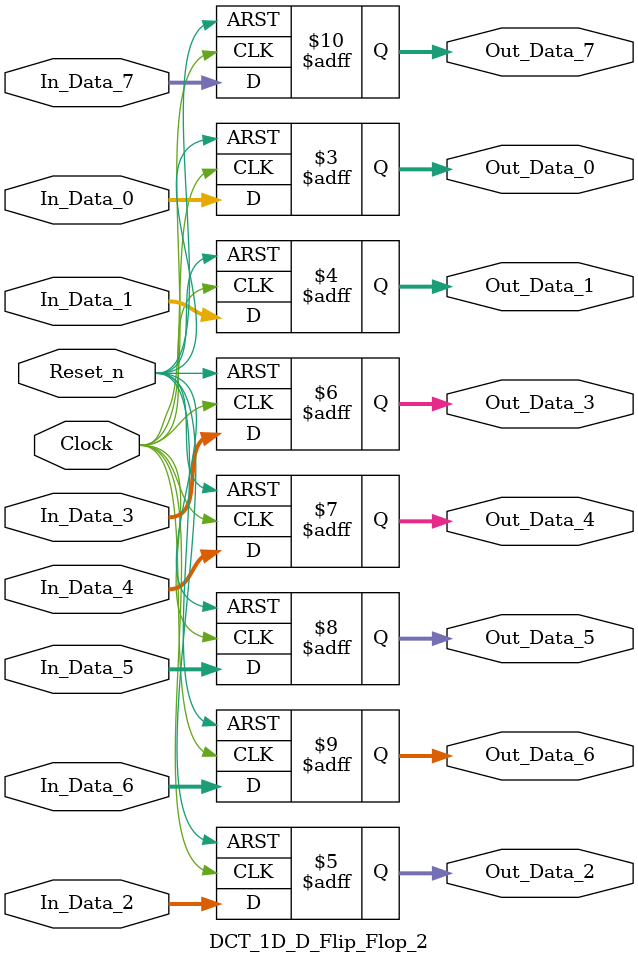
<source format=v>
module DCT_1D_D_Flip_Flop_2(
Clock,
Reset_n,
In_Data_0,
In_Data_1,
In_Data_2,
In_Data_3,
In_Data_4,
In_Data_5,
In_Data_6,
In_Data_7,
Out_Data_0,
Out_Data_1,
Out_Data_2,
Out_Data_3,
Out_Data_4,
Out_Data_5,
Out_Data_6,
Out_Data_7
);

parameter WIDTH = 8;

input Clock;
input Reset_n;
input signed [WIDTH+1:0] In_Data_0;
input signed [WIDTH+1:0] In_Data_1;
input signed [WIDTH+1:0] In_Data_2;
input signed [WIDTH+1:0] In_Data_3;
input signed [WIDTH+1:0] In_Data_4;
input signed [WIDTH+1:0] In_Data_5;
input signed [WIDTH+1:0] In_Data_6;
input signed [WIDTH+1:0] In_Data_7;

output  signed [WIDTH+1:0] Out_Data_0;
output  signed [WIDTH+1:0] Out_Data_1;
output  signed [WIDTH+1:0] Out_Data_2;
output  signed [WIDTH+1:0] Out_Data_3;
output  signed [WIDTH+1:0] Out_Data_4;
output  signed [WIDTH+1:0] Out_Data_5;
output  signed [WIDTH+1:0] Out_Data_6;
output  signed [WIDTH+1:0] Out_Data_7;

reg signed [WIDTH+1:0] Out_Data_0;
reg signed [WIDTH+1:0] Out_Data_1;
reg signed [WIDTH+1:0] Out_Data_2;
reg signed [WIDTH+1:0] Out_Data_3;
reg signed [WIDTH+1:0] Out_Data_4;
reg signed [WIDTH+1:0] Out_Data_5;
reg signed [WIDTH+1:0] Out_Data_6;
reg signed [WIDTH+1:0] Out_Data_7;

always @(posedge Clock or negedge Reset_n)
begin
    if(!Reset_n)
        begin
            Out_Data_0 <= 10'b0;
            Out_Data_1 <= 10'b0;
            Out_Data_2 <= 10'b0;
            Out_Data_3 <= 10'b0;
            Out_Data_4 <= 10'b0;
            Out_Data_5 <= 10'b0;
            Out_Data_6 <= 10'b0;
            Out_Data_7 <= 10'b0;
        end
    else
        begin
            Out_Data_0 <= In_Data_0;
            Out_Data_1 <= In_Data_1;
            Out_Data_2 <= In_Data_2;
            Out_Data_3 <= In_Data_3;
            Out_Data_4 <= In_Data_4;
            Out_Data_5 <= In_Data_5;
            Out_Data_6 <= In_Data_6;
            Out_Data_7 <= In_Data_7;
        end
end
endmodule 
</source>
